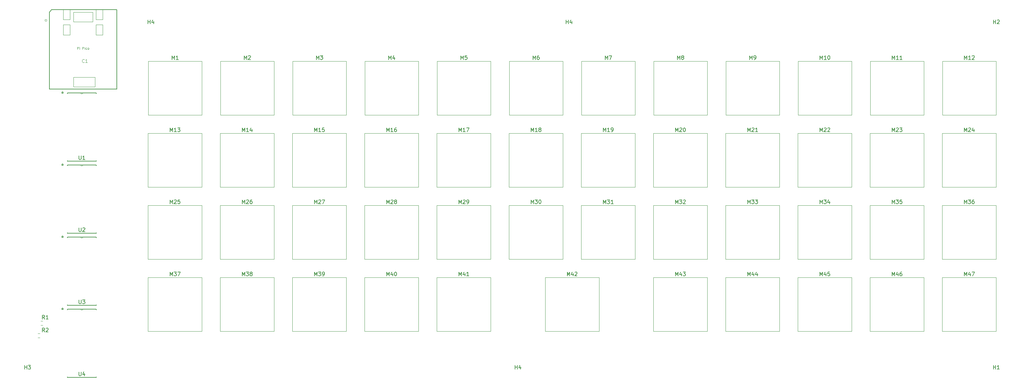
<source format=gbr>
%TF.GenerationSoftware,KiCad,Pcbnew,(5.1.10)-1*%
%TF.CreationDate,2021-10-30T01:15:37-04:00*%
%TF.ProjectId,keyboard,6b657962-6f61-4726-942e-6b696361645f,rev?*%
%TF.SameCoordinates,Original*%
%TF.FileFunction,Legend,Top*%
%TF.FilePolarity,Positive*%
%FSLAX46Y46*%
G04 Gerber Fmt 4.6, Leading zero omitted, Abs format (unit mm)*
G04 Created by KiCad (PCBNEW (5.1.10)-1) date 2021-10-30 01:15:37*
%MOMM*%
%LPD*%
G01*
G04 APERTURE LIST*
%ADD10C,0.100000*%
%ADD11C,0.127000*%
%ADD12C,0.066040*%
%ADD13C,0.200000*%
%ADD14C,0.152400*%
%ADD15C,0.120000*%
%ADD16C,0.101600*%
%ADD17C,0.076200*%
%ADD18C,0.150000*%
G04 APERTURE END LIST*
D10*
%TO.C,C1*%
X-16336409Y-48768000D02*
G75*
G03*
X-16336409Y-48768000I-254000J0D01*
G01*
D11*
X-15701409Y-46601380D02*
X-15701409Y-66929000D01*
X-15030849Y-45930820D02*
X-15701409Y-46601380D01*
X2096371Y-45930820D02*
X-15030849Y-45930820D01*
X2096371Y-66929000D02*
X2096371Y-45930820D01*
X-15701409Y-66929000D02*
X2096371Y-66929000D01*
D12*
X-3382409Y-48514000D02*
X-3382409Y-45847000D01*
X-3382409Y-45847000D02*
X-1604409Y-45847000D01*
X-1604409Y-48514000D02*
X-1604409Y-45847000D01*
X-3382409Y-48514000D02*
X-1604409Y-48514000D01*
X-3382409Y-52580540D02*
X-3382409Y-49911000D01*
X-3382409Y-49911000D02*
X-1604409Y-49911000D01*
X-1604409Y-52580540D02*
X-1604409Y-49911000D01*
X-3382409Y-52580540D02*
X-1604409Y-52580540D01*
X-12018409Y-52580540D02*
X-12018409Y-49911000D01*
X-12018409Y-49911000D02*
X-10240409Y-49911000D01*
X-10240409Y-52580540D02*
X-10240409Y-49911000D01*
X-12018409Y-52580540D02*
X-10240409Y-52580540D01*
X-12018409Y-48514000D02*
X-12018409Y-45847000D01*
X-12018409Y-45847000D02*
X-10240409Y-45847000D01*
X-10240409Y-48514000D02*
X-10240409Y-45847000D01*
X-12018409Y-48514000D02*
X-10240409Y-48514000D01*
X-9351409Y-66294000D02*
X-9351409Y-63754000D01*
X-9351409Y-63754000D02*
X-3636409Y-63754000D01*
X-3636409Y-66294000D02*
X-3636409Y-63754000D01*
X-9351409Y-66294000D02*
X-3636409Y-66294000D01*
X-9351409Y-49149000D02*
X-9351409Y-46609000D01*
X-9351409Y-46609000D02*
X-4271409Y-46609000D01*
X-4271409Y-49149000D02*
X-4271409Y-46609000D01*
X-9351409Y-49149000D02*
X-4271409Y-49149000D01*
D13*
%TO.C,U3*%
X-12012000Y-105962000D02*
G75*
G03*
X-12012000Y-105962000I-200000J0D01*
G01*
D14*
X-10922000Y-106019600D02*
X-10922000Y-106197400D01*
X-7416800Y-106019600D02*
X-10922000Y-106019600D01*
X-6807200Y-106019600D02*
X-7416800Y-106019600D01*
X-3302000Y-106019600D02*
X-6807200Y-106019600D01*
X-3302000Y-124104400D02*
X-3302000Y-123926600D01*
X-10922000Y-124104400D02*
X-3302000Y-124104400D01*
X-10922000Y-123926600D02*
X-10922000Y-124104400D01*
X-3302000Y-106197400D02*
X-3302000Y-106019600D01*
D10*
X-6807200Y-106019600D02*
G75*
G02*
X-7416800Y-106019600I-304800J0D01*
G01*
D15*
%TO.C,M42*%
X129337500Y-116725000D02*
X115137500Y-116725000D01*
X129337500Y-130925000D02*
X129337500Y-116725000D01*
X115137500Y-130925000D02*
X129337500Y-130925000D01*
X115137500Y-116725000D02*
X115137500Y-130925000D01*
%TO.C,M41*%
X100762500Y-116725000D02*
X86562500Y-116725000D01*
X100762500Y-130925000D02*
X100762500Y-116725000D01*
X86562500Y-130925000D02*
X100762500Y-130925000D01*
X86562500Y-116725000D02*
X86562500Y-130925000D01*
%TO.C,M29*%
X100762500Y-97675000D02*
X86562500Y-97675000D01*
X100762500Y-111875000D02*
X100762500Y-97675000D01*
X86562500Y-111875000D02*
X100762500Y-111875000D01*
X86562500Y-97675000D02*
X86562500Y-111875000D01*
%TO.C,M28*%
X81712500Y-97675000D02*
X67512500Y-97675000D01*
X81712500Y-111875000D02*
X81712500Y-97675000D01*
X67512500Y-111875000D02*
X81712500Y-111875000D01*
X67512500Y-97675000D02*
X67512500Y-111875000D01*
%TO.C,M15*%
X62662500Y-78625000D02*
X48462500Y-78625000D01*
X62662500Y-92825000D02*
X62662500Y-78625000D01*
X48462500Y-92825000D02*
X62662500Y-92825000D01*
X48462500Y-78625000D02*
X48462500Y-92825000D01*
%TO.C,M14*%
X43612500Y-78625000D02*
X29412500Y-78625000D01*
X43612500Y-92825000D02*
X43612500Y-78625000D01*
X29412500Y-92825000D02*
X43612500Y-92825000D01*
X29412500Y-78625000D02*
X29412500Y-92825000D01*
%TO.C,M1*%
X24578400Y-59543250D02*
X10378400Y-59543250D01*
X24578400Y-73743250D02*
X24578400Y-59543250D01*
X10378400Y-73743250D02*
X24578400Y-73743250D01*
X10378400Y-59543250D02*
X10378400Y-73743250D01*
%TO.C,R2*%
X-18716258Y-131557500D02*
X-18241742Y-131557500D01*
X-18716258Y-132602500D02*
X-18241742Y-132602500D01*
%TO.C,R1*%
X-17479742Y-129300500D02*
X-17954258Y-129300500D01*
X-17479742Y-128255500D02*
X-17954258Y-128255500D01*
D13*
%TO.C,U2*%
X-12012000Y-86912000D02*
G75*
G03*
X-12012000Y-86912000I-200000J0D01*
G01*
D14*
X-10922000Y-86969600D02*
X-10922000Y-87147400D01*
X-7416800Y-86969600D02*
X-10922000Y-86969600D01*
X-6807200Y-86969600D02*
X-7416800Y-86969600D01*
X-3302000Y-86969600D02*
X-6807200Y-86969600D01*
X-3302000Y-105054400D02*
X-3302000Y-104876600D01*
X-10922000Y-105054400D02*
X-3302000Y-105054400D01*
X-10922000Y-104876600D02*
X-10922000Y-105054400D01*
X-3302000Y-87147400D02*
X-3302000Y-86969600D01*
D10*
X-6807200Y-86969600D02*
G75*
G02*
X-7416800Y-86969600I-304800J0D01*
G01*
D13*
%TO.C,U4*%
X-12012000Y-125012000D02*
G75*
G03*
X-12012000Y-125012000I-200000J0D01*
G01*
D14*
X-10922000Y-125069600D02*
X-10922000Y-125247400D01*
X-7416800Y-125069600D02*
X-10922000Y-125069600D01*
X-6807200Y-125069600D02*
X-7416800Y-125069600D01*
X-3302000Y-125069600D02*
X-6807200Y-125069600D01*
X-3302000Y-143154400D02*
X-3302000Y-142976600D01*
X-10922000Y-143154400D02*
X-3302000Y-143154400D01*
X-10922000Y-142976600D02*
X-10922000Y-143154400D01*
X-3302000Y-125247400D02*
X-3302000Y-125069600D01*
D10*
X-6807200Y-125069600D02*
G75*
G02*
X-7416800Y-125069600I-304800J0D01*
G01*
D13*
%TO.C,U1*%
X-12012000Y-67862000D02*
G75*
G03*
X-12012000Y-67862000I-200000J0D01*
G01*
D14*
X-10922000Y-67919600D02*
X-10922000Y-68097400D01*
X-7416800Y-67919600D02*
X-10922000Y-67919600D01*
X-6807200Y-67919600D02*
X-7416800Y-67919600D01*
X-3302000Y-67919600D02*
X-6807200Y-67919600D01*
X-3302000Y-86004400D02*
X-3302000Y-85826600D01*
X-10922000Y-86004400D02*
X-3302000Y-86004400D01*
X-10922000Y-85826600D02*
X-10922000Y-86004400D01*
X-3302000Y-68097400D02*
X-3302000Y-67919600D01*
D10*
X-6807200Y-67919600D02*
G75*
G02*
X-7416800Y-67919600I-304800J0D01*
G01*
D15*
%TO.C,M44*%
X176962500Y-116725000D02*
X162762500Y-116725000D01*
X176962500Y-130925000D02*
X176962500Y-116725000D01*
X162762500Y-130925000D02*
X176962500Y-130925000D01*
X162762500Y-116725000D02*
X162762500Y-130925000D01*
%TO.C,M47*%
X234112500Y-116725000D02*
X219912500Y-116725000D01*
X234112500Y-130925000D02*
X234112500Y-116725000D01*
X219912500Y-130925000D02*
X234112500Y-130925000D01*
X219912500Y-116725000D02*
X219912500Y-130925000D01*
%TO.C,M46*%
X215062500Y-116725000D02*
X200862500Y-116725000D01*
X215062500Y-130925000D02*
X215062500Y-116725000D01*
X200862500Y-130925000D02*
X215062500Y-130925000D01*
X200862500Y-116725000D02*
X200862500Y-130925000D01*
%TO.C,M45*%
X196012500Y-116725000D02*
X181812500Y-116725000D01*
X196012500Y-130925000D02*
X196012500Y-116725000D01*
X181812500Y-130925000D02*
X196012500Y-130925000D01*
X181812500Y-116725000D02*
X181812500Y-130925000D01*
%TO.C,M43*%
X157912500Y-116725000D02*
X143712500Y-116725000D01*
X157912500Y-130925000D02*
X157912500Y-116725000D01*
X143712500Y-130925000D02*
X157912500Y-130925000D01*
X143712500Y-116725000D02*
X143712500Y-130925000D01*
%TO.C,M40*%
X81712500Y-116725000D02*
X67512500Y-116725000D01*
X81712500Y-130925000D02*
X81712500Y-116725000D01*
X67512500Y-130925000D02*
X81712500Y-130925000D01*
X67512500Y-116725000D02*
X67512500Y-130925000D01*
%TO.C,M39*%
X62662500Y-116725000D02*
X48462500Y-116725000D01*
X62662500Y-130925000D02*
X62662500Y-116725000D01*
X48462500Y-130925000D02*
X62662500Y-130925000D01*
X48462500Y-116725000D02*
X48462500Y-130925000D01*
%TO.C,M38*%
X43612500Y-116725000D02*
X29412500Y-116725000D01*
X43612500Y-130925000D02*
X43612500Y-116725000D01*
X29412500Y-130925000D02*
X43612500Y-130925000D01*
X29412500Y-116725000D02*
X29412500Y-130925000D01*
%TO.C,M37*%
X24562500Y-116725000D02*
X10362500Y-116725000D01*
X24562500Y-130925000D02*
X24562500Y-116725000D01*
X10362500Y-130925000D02*
X24562500Y-130925000D01*
X10362500Y-116725000D02*
X10362500Y-130925000D01*
%TO.C,M36*%
X234112500Y-97643250D02*
X219912500Y-97643250D01*
X234112500Y-111843250D02*
X234112500Y-97643250D01*
X219912500Y-111843250D02*
X234112500Y-111843250D01*
X219912500Y-97643250D02*
X219912500Y-111843250D01*
%TO.C,M35*%
X215062500Y-97643250D02*
X200862500Y-97643250D01*
X215062500Y-111843250D02*
X215062500Y-97643250D01*
X200862500Y-111843250D02*
X215062500Y-111843250D01*
X200862500Y-97643250D02*
X200862500Y-111843250D01*
%TO.C,M34*%
X196012500Y-97643250D02*
X181812500Y-97643250D01*
X196012500Y-111843250D02*
X196012500Y-97643250D01*
X181812500Y-111843250D02*
X196012500Y-111843250D01*
X181812500Y-97643250D02*
X181812500Y-111843250D01*
%TO.C,M33*%
X176962500Y-97643250D02*
X162762500Y-97643250D01*
X176962500Y-111843250D02*
X176962500Y-97643250D01*
X162762500Y-111843250D02*
X176962500Y-111843250D01*
X162762500Y-97643250D02*
X162762500Y-111843250D01*
%TO.C,M32*%
X157912500Y-97675000D02*
X143712500Y-97675000D01*
X157912500Y-111875000D02*
X157912500Y-97675000D01*
X143712500Y-111875000D02*
X157912500Y-111875000D01*
X143712500Y-97675000D02*
X143712500Y-111875000D01*
%TO.C,M31*%
X138862500Y-97675000D02*
X124662500Y-97675000D01*
X138862500Y-111875000D02*
X138862500Y-97675000D01*
X124662500Y-111875000D02*
X138862500Y-111875000D01*
X124662500Y-97675000D02*
X124662500Y-111875000D01*
%TO.C,M30*%
X119812500Y-97643250D02*
X105612500Y-97643250D01*
X119812500Y-111843250D02*
X119812500Y-97643250D01*
X105612500Y-111843250D02*
X119812500Y-111843250D01*
X105612500Y-97643250D02*
X105612500Y-111843250D01*
%TO.C,M27*%
X62662500Y-97643250D02*
X48462500Y-97643250D01*
X62662500Y-111843250D02*
X62662500Y-97643250D01*
X48462500Y-111843250D02*
X62662500Y-111843250D01*
X48462500Y-97643250D02*
X48462500Y-111843250D01*
%TO.C,M26*%
X43612500Y-97643250D02*
X29412500Y-97643250D01*
X43612500Y-111843250D02*
X43612500Y-97643250D01*
X29412500Y-111843250D02*
X43612500Y-111843250D01*
X29412500Y-97643250D02*
X29412500Y-111843250D01*
%TO.C,M25*%
X24562500Y-97643250D02*
X10362500Y-97643250D01*
X24562500Y-111843250D02*
X24562500Y-97643250D01*
X10362500Y-111843250D02*
X24562500Y-111843250D01*
X10362500Y-97643250D02*
X10362500Y-111843250D01*
%TO.C,M24*%
X234112500Y-78625000D02*
X219912500Y-78625000D01*
X234112500Y-92825000D02*
X234112500Y-78625000D01*
X219912500Y-92825000D02*
X234112500Y-92825000D01*
X219912500Y-78625000D02*
X219912500Y-92825000D01*
%TO.C,M23*%
X215062500Y-78625000D02*
X200862500Y-78625000D01*
X215062500Y-92825000D02*
X215062500Y-78625000D01*
X200862500Y-92825000D02*
X215062500Y-92825000D01*
X200862500Y-78625000D02*
X200862500Y-92825000D01*
%TO.C,M22*%
X196012500Y-78625000D02*
X181812500Y-78625000D01*
X196012500Y-92825000D02*
X196012500Y-78625000D01*
X181812500Y-92825000D02*
X196012500Y-92825000D01*
X181812500Y-78625000D02*
X181812500Y-92825000D01*
%TO.C,M21*%
X176962500Y-78625000D02*
X162762500Y-78625000D01*
X176962500Y-92825000D02*
X176962500Y-78625000D01*
X162762500Y-92825000D02*
X176962500Y-92825000D01*
X162762500Y-78625000D02*
X162762500Y-92825000D01*
%TO.C,M20*%
X157912500Y-78625000D02*
X143712500Y-78625000D01*
X157912500Y-92825000D02*
X157912500Y-78625000D01*
X143712500Y-92825000D02*
X157912500Y-92825000D01*
X143712500Y-78625000D02*
X143712500Y-92825000D01*
%TO.C,M19*%
X138862500Y-78593250D02*
X124662500Y-78593250D01*
X138862500Y-92793250D02*
X138862500Y-78593250D01*
X124662500Y-92793250D02*
X138862500Y-92793250D01*
X124662500Y-78593250D02*
X124662500Y-92793250D01*
%TO.C,M18*%
X119812500Y-78625000D02*
X105612500Y-78625000D01*
X119812500Y-92825000D02*
X119812500Y-78625000D01*
X105612500Y-92825000D02*
X119812500Y-92825000D01*
X105612500Y-78625000D02*
X105612500Y-92825000D01*
%TO.C,M17*%
X100762500Y-78625000D02*
X86562500Y-78625000D01*
X100762500Y-92825000D02*
X100762500Y-78625000D01*
X86562500Y-92825000D02*
X100762500Y-92825000D01*
X86562500Y-78625000D02*
X86562500Y-92825000D01*
%TO.C,M16*%
X81712500Y-78625000D02*
X67512500Y-78625000D01*
X81712500Y-92825000D02*
X81712500Y-78625000D01*
X67512500Y-92825000D02*
X81712500Y-92825000D01*
X67512500Y-78625000D02*
X67512500Y-92825000D01*
%TO.C,M13*%
X24562500Y-78625000D02*
X10362500Y-78625000D01*
X24562500Y-92825000D02*
X24562500Y-78625000D01*
X10362500Y-92825000D02*
X24562500Y-92825000D01*
X10362500Y-78625000D02*
X10362500Y-92825000D01*
%TO.C,M12*%
X234128400Y-59543250D02*
X219928400Y-59543250D01*
X234128400Y-73743250D02*
X234128400Y-59543250D01*
X219928400Y-73743250D02*
X234128400Y-73743250D01*
X219928400Y-59543250D02*
X219928400Y-73743250D01*
%TO.C,M11*%
X215078400Y-59543250D02*
X200878400Y-59543250D01*
X215078400Y-73743250D02*
X215078400Y-59543250D01*
X200878400Y-73743250D02*
X215078400Y-73743250D01*
X200878400Y-59543250D02*
X200878400Y-73743250D01*
%TO.C,M10*%
X196028400Y-59543250D02*
X181828400Y-59543250D01*
X196028400Y-73743250D02*
X196028400Y-59543250D01*
X181828400Y-73743250D02*
X196028400Y-73743250D01*
X181828400Y-59543250D02*
X181828400Y-73743250D01*
%TO.C,M9*%
X176978400Y-59543250D02*
X162778400Y-59543250D01*
X176978400Y-73743250D02*
X176978400Y-59543250D01*
X162778400Y-73743250D02*
X176978400Y-73743250D01*
X162778400Y-59543250D02*
X162778400Y-73743250D01*
%TO.C,M8*%
X157928400Y-59543250D02*
X143728400Y-59543250D01*
X157928400Y-73743250D02*
X157928400Y-59543250D01*
X143728400Y-73743250D02*
X157928400Y-73743250D01*
X143728400Y-59543250D02*
X143728400Y-73743250D01*
%TO.C,M7*%
X138878400Y-59543250D02*
X124678400Y-59543250D01*
X138878400Y-73743250D02*
X138878400Y-59543250D01*
X124678400Y-73743250D02*
X138878400Y-73743250D01*
X124678400Y-59543250D02*
X124678400Y-73743250D01*
%TO.C,M6*%
X119828400Y-59543250D02*
X105628400Y-59543250D01*
X119828400Y-73743250D02*
X119828400Y-59543250D01*
X105628400Y-73743250D02*
X119828400Y-73743250D01*
X105628400Y-59543250D02*
X105628400Y-73743250D01*
%TO.C,M5*%
X100778400Y-59543250D02*
X86578400Y-59543250D01*
X100778400Y-73743250D02*
X100778400Y-59543250D01*
X86578400Y-73743250D02*
X100778400Y-73743250D01*
X86578400Y-59543250D02*
X86578400Y-73743250D01*
%TO.C,M4*%
X81728400Y-59543250D02*
X67528400Y-59543250D01*
X81728400Y-73743250D02*
X81728400Y-59543250D01*
X67528400Y-73743250D02*
X81728400Y-73743250D01*
X67528400Y-59543250D02*
X67528400Y-73743250D01*
%TO.C,M3*%
X62678400Y-59543250D02*
X48478400Y-59543250D01*
X62678400Y-73743250D02*
X62678400Y-59543250D01*
X48478400Y-73743250D02*
X62678400Y-73743250D01*
X48478400Y-59543250D02*
X48478400Y-73743250D01*
%TO.C,M2*%
X43628400Y-59543250D02*
X29428400Y-59543250D01*
X43628400Y-73743250D02*
X43628400Y-59543250D01*
X29428400Y-73743250D02*
X43628400Y-73743250D01*
X29428400Y-59543250D02*
X29428400Y-73743250D01*
%TO.C,C1*%
D16*
X-6498166Y-59848750D02*
X-6540500Y-59891083D01*
X-6667500Y-59933416D01*
X-6752166Y-59933416D01*
X-6879166Y-59891083D01*
X-6963833Y-59806416D01*
X-7006166Y-59721750D01*
X-7048500Y-59552416D01*
X-7048500Y-59425416D01*
X-7006166Y-59256083D01*
X-6963833Y-59171416D01*
X-6879166Y-59086750D01*
X-6752166Y-59044416D01*
X-6667500Y-59044416D01*
X-6540500Y-59086750D01*
X-6498166Y-59129083D01*
X-5651500Y-59933416D02*
X-6159500Y-59933416D01*
X-5905500Y-59933416D02*
X-5905500Y-59044416D01*
X-5990166Y-59171416D01*
X-6074833Y-59256083D01*
X-6159500Y-59298416D01*
D17*
X-8335409Y-56409771D02*
X-8335409Y-55800171D01*
X-8103180Y-55800171D01*
X-8045123Y-55829200D01*
X-8016094Y-55858228D01*
X-7987066Y-55916285D01*
X-7987066Y-56003371D01*
X-8016094Y-56061428D01*
X-8045123Y-56090457D01*
X-8103180Y-56119485D01*
X-8335409Y-56119485D01*
X-7725809Y-56409771D02*
X-7725809Y-56003371D01*
X-7725809Y-55800171D02*
X-7754837Y-55829200D01*
X-7725809Y-55858228D01*
X-7696780Y-55829200D01*
X-7725809Y-55800171D01*
X-7725809Y-55858228D01*
X-6971066Y-56409771D02*
X-6971066Y-55800171D01*
X-6738837Y-55800171D01*
X-6680780Y-55829200D01*
X-6651751Y-55858228D01*
X-6622723Y-55916285D01*
X-6622723Y-56003371D01*
X-6651751Y-56061428D01*
X-6680780Y-56090457D01*
X-6738837Y-56119485D01*
X-6971066Y-56119485D01*
X-6361466Y-56409771D02*
X-6361466Y-56003371D01*
X-6361466Y-55800171D02*
X-6390494Y-55829200D01*
X-6361466Y-55858228D01*
X-6332437Y-55829200D01*
X-6361466Y-55800171D01*
X-6361466Y-55858228D01*
X-5809923Y-56380742D02*
X-5867980Y-56409771D01*
X-5984094Y-56409771D01*
X-6042151Y-56380742D01*
X-6071180Y-56351714D01*
X-6100209Y-56293657D01*
X-6100209Y-56119485D01*
X-6071180Y-56061428D01*
X-6042151Y-56032400D01*
X-5984094Y-56003371D01*
X-5867980Y-56003371D01*
X-5809923Y-56032400D01*
X-5461580Y-56409771D02*
X-5519637Y-56380742D01*
X-5548666Y-56351714D01*
X-5577694Y-56293657D01*
X-5577694Y-56119485D01*
X-5548666Y-56061428D01*
X-5519637Y-56032400D01*
X-5461580Y-56003371D01*
X-5374494Y-56003371D01*
X-5316437Y-56032400D01*
X-5287409Y-56061428D01*
X-5258380Y-56119485D01*
X-5258380Y-56293657D01*
X-5287409Y-56351714D01*
X-5316437Y-56380742D01*
X-5374494Y-56409771D01*
X-5461580Y-56409771D01*
%TO.C,H4*%
D18*
X107188095Y-140946130D02*
X107188095Y-139946130D01*
X107188095Y-140422321D02*
X107759523Y-140422321D01*
X107759523Y-140946130D02*
X107759523Y-139946130D01*
X108664285Y-140279464D02*
X108664285Y-140946130D01*
X108426190Y-139898511D02*
X108188095Y-140612797D01*
X108807142Y-140612797D01*
X120681845Y-49664880D02*
X120681845Y-48664880D01*
X120681845Y-49141071D02*
X121253273Y-49141071D01*
X121253273Y-49664880D02*
X121253273Y-48664880D01*
X122158035Y-48998214D02*
X122158035Y-49664880D01*
X121919940Y-48617261D02*
X121681845Y-49331547D01*
X122300892Y-49331547D01*
X10350595Y-49664880D02*
X10350595Y-48664880D01*
X10350595Y-49141071D02*
X10922023Y-49141071D01*
X10922023Y-49664880D02*
X10922023Y-48664880D01*
X11826785Y-48998214D02*
X11826785Y-49664880D01*
X11588690Y-48617261D02*
X11350595Y-49331547D01*
X11969642Y-49331547D01*
%TO.C,H3*%
X-22193154Y-140946130D02*
X-22193154Y-139946130D01*
X-22193154Y-140422321D02*
X-21621726Y-140422321D01*
X-21621726Y-140946130D02*
X-21621726Y-139946130D01*
X-21240773Y-139946130D02*
X-20621726Y-139946130D01*
X-20955059Y-140327083D01*
X-20812202Y-140327083D01*
X-20716964Y-140374702D01*
X-20669345Y-140422321D01*
X-20621726Y-140517559D01*
X-20621726Y-140755654D01*
X-20669345Y-140850892D01*
X-20716964Y-140898511D01*
X-20812202Y-140946130D01*
X-21097916Y-140946130D01*
X-21193154Y-140898511D01*
X-21240773Y-140850892D01*
%TO.C,H2*%
X233394345Y-49664880D02*
X233394345Y-48664880D01*
X233394345Y-49141071D02*
X233965773Y-49141071D01*
X233965773Y-49664880D02*
X233965773Y-48664880D01*
X234394345Y-48760119D02*
X234441964Y-48712500D01*
X234537202Y-48664880D01*
X234775297Y-48664880D01*
X234870535Y-48712500D01*
X234918154Y-48760119D01*
X234965773Y-48855357D01*
X234965773Y-48950595D01*
X234918154Y-49093452D01*
X234346726Y-49664880D01*
X234965773Y-49664880D01*
%TO.C,H1*%
X233394345Y-140946130D02*
X233394345Y-139946130D01*
X233394345Y-140422321D02*
X233965773Y-140422321D01*
X233965773Y-140946130D02*
X233965773Y-139946130D01*
X234965773Y-140946130D02*
X234394345Y-140946130D01*
X234680059Y-140946130D02*
X234680059Y-139946130D01*
X234584821Y-140088988D01*
X234489583Y-140184226D01*
X234394345Y-140231845D01*
%TO.C,U3*%
X-7873904Y-122642380D02*
X-7873904Y-123451904D01*
X-7826285Y-123547142D01*
X-7778666Y-123594761D01*
X-7683428Y-123642380D01*
X-7492952Y-123642380D01*
X-7397714Y-123594761D01*
X-7350095Y-123547142D01*
X-7302476Y-123451904D01*
X-7302476Y-122642380D01*
X-6921523Y-122642380D02*
X-6302476Y-122642380D01*
X-6635809Y-123023333D01*
X-6492952Y-123023333D01*
X-6397714Y-123070952D01*
X-6350095Y-123118571D01*
X-6302476Y-123213809D01*
X-6302476Y-123451904D01*
X-6350095Y-123547142D01*
X-6397714Y-123594761D01*
X-6492952Y-123642380D01*
X-6778666Y-123642380D01*
X-6873904Y-123594761D01*
X-6921523Y-123547142D01*
%TO.C,M42*%
X120951785Y-116277380D02*
X120951785Y-115277380D01*
X121285119Y-115991666D01*
X121618452Y-115277380D01*
X121618452Y-116277380D01*
X122523214Y-115610714D02*
X122523214Y-116277380D01*
X122285119Y-115229761D02*
X122047023Y-115944047D01*
X122666071Y-115944047D01*
X122999404Y-115372619D02*
X123047023Y-115325000D01*
X123142261Y-115277380D01*
X123380357Y-115277380D01*
X123475595Y-115325000D01*
X123523214Y-115372619D01*
X123570833Y-115467857D01*
X123570833Y-115563095D01*
X123523214Y-115705952D01*
X122951785Y-116277380D01*
X123570833Y-116277380D01*
%TO.C,M41*%
X92376785Y-116277380D02*
X92376785Y-115277380D01*
X92710119Y-115991666D01*
X93043452Y-115277380D01*
X93043452Y-116277380D01*
X93948214Y-115610714D02*
X93948214Y-116277380D01*
X93710119Y-115229761D02*
X93472023Y-115944047D01*
X94091071Y-115944047D01*
X94995833Y-116277380D02*
X94424404Y-116277380D01*
X94710119Y-116277380D02*
X94710119Y-115277380D01*
X94614880Y-115420238D01*
X94519642Y-115515476D01*
X94424404Y-115563095D01*
%TO.C,M29*%
X92376785Y-97227380D02*
X92376785Y-96227380D01*
X92710119Y-96941666D01*
X93043452Y-96227380D01*
X93043452Y-97227380D01*
X93472023Y-96322619D02*
X93519642Y-96275000D01*
X93614880Y-96227380D01*
X93852976Y-96227380D01*
X93948214Y-96275000D01*
X93995833Y-96322619D01*
X94043452Y-96417857D01*
X94043452Y-96513095D01*
X93995833Y-96655952D01*
X93424404Y-97227380D01*
X94043452Y-97227380D01*
X94519642Y-97227380D02*
X94710119Y-97227380D01*
X94805357Y-97179761D01*
X94852976Y-97132142D01*
X94948214Y-96989285D01*
X94995833Y-96798809D01*
X94995833Y-96417857D01*
X94948214Y-96322619D01*
X94900595Y-96275000D01*
X94805357Y-96227380D01*
X94614880Y-96227380D01*
X94519642Y-96275000D01*
X94472023Y-96322619D01*
X94424404Y-96417857D01*
X94424404Y-96655952D01*
X94472023Y-96751190D01*
X94519642Y-96798809D01*
X94614880Y-96846428D01*
X94805357Y-96846428D01*
X94900595Y-96798809D01*
X94948214Y-96751190D01*
X94995833Y-96655952D01*
%TO.C,M28*%
X73326785Y-97227380D02*
X73326785Y-96227380D01*
X73660119Y-96941666D01*
X73993452Y-96227380D01*
X73993452Y-97227380D01*
X74422023Y-96322619D02*
X74469642Y-96275000D01*
X74564880Y-96227380D01*
X74802976Y-96227380D01*
X74898214Y-96275000D01*
X74945833Y-96322619D01*
X74993452Y-96417857D01*
X74993452Y-96513095D01*
X74945833Y-96655952D01*
X74374404Y-97227380D01*
X74993452Y-97227380D01*
X75564880Y-96655952D02*
X75469642Y-96608333D01*
X75422023Y-96560714D01*
X75374404Y-96465476D01*
X75374404Y-96417857D01*
X75422023Y-96322619D01*
X75469642Y-96275000D01*
X75564880Y-96227380D01*
X75755357Y-96227380D01*
X75850595Y-96275000D01*
X75898214Y-96322619D01*
X75945833Y-96417857D01*
X75945833Y-96465476D01*
X75898214Y-96560714D01*
X75850595Y-96608333D01*
X75755357Y-96655952D01*
X75564880Y-96655952D01*
X75469642Y-96703571D01*
X75422023Y-96751190D01*
X75374404Y-96846428D01*
X75374404Y-97036904D01*
X75422023Y-97132142D01*
X75469642Y-97179761D01*
X75564880Y-97227380D01*
X75755357Y-97227380D01*
X75850595Y-97179761D01*
X75898214Y-97132142D01*
X75945833Y-97036904D01*
X75945833Y-96846428D01*
X75898214Y-96751190D01*
X75850595Y-96703571D01*
X75755357Y-96655952D01*
%TO.C,M15*%
X54276785Y-78177380D02*
X54276785Y-77177380D01*
X54610119Y-77891666D01*
X54943452Y-77177380D01*
X54943452Y-78177380D01*
X55943452Y-78177380D02*
X55372023Y-78177380D01*
X55657738Y-78177380D02*
X55657738Y-77177380D01*
X55562500Y-77320238D01*
X55467261Y-77415476D01*
X55372023Y-77463095D01*
X56848214Y-77177380D02*
X56372023Y-77177380D01*
X56324404Y-77653571D01*
X56372023Y-77605952D01*
X56467261Y-77558333D01*
X56705357Y-77558333D01*
X56800595Y-77605952D01*
X56848214Y-77653571D01*
X56895833Y-77748809D01*
X56895833Y-77986904D01*
X56848214Y-78082142D01*
X56800595Y-78129761D01*
X56705357Y-78177380D01*
X56467261Y-78177380D01*
X56372023Y-78129761D01*
X56324404Y-78082142D01*
%TO.C,M14*%
X35226785Y-78177380D02*
X35226785Y-77177380D01*
X35560119Y-77891666D01*
X35893452Y-77177380D01*
X35893452Y-78177380D01*
X36893452Y-78177380D02*
X36322023Y-78177380D01*
X36607738Y-78177380D02*
X36607738Y-77177380D01*
X36512500Y-77320238D01*
X36417261Y-77415476D01*
X36322023Y-77463095D01*
X37750595Y-77510714D02*
X37750595Y-78177380D01*
X37512500Y-77129761D02*
X37274404Y-77844047D01*
X37893452Y-77844047D01*
%TO.C,M1*%
X16668876Y-59095630D02*
X16668876Y-58095630D01*
X17002209Y-58809916D01*
X17335542Y-58095630D01*
X17335542Y-59095630D01*
X18335542Y-59095630D02*
X17764114Y-59095630D01*
X18049828Y-59095630D02*
X18049828Y-58095630D01*
X17954590Y-58238488D01*
X17859352Y-58333726D01*
X17764114Y-58381345D01*
%TO.C,R2*%
X-16930666Y-131102380D02*
X-17264000Y-130626190D01*
X-17502095Y-131102380D02*
X-17502095Y-130102380D01*
X-17121142Y-130102380D01*
X-17025904Y-130150000D01*
X-16978285Y-130197619D01*
X-16930666Y-130292857D01*
X-16930666Y-130435714D01*
X-16978285Y-130530952D01*
X-17025904Y-130578571D01*
X-17121142Y-130626190D01*
X-17502095Y-130626190D01*
X-16549714Y-130197619D02*
X-16502095Y-130150000D01*
X-16406857Y-130102380D01*
X-16168761Y-130102380D01*
X-16073523Y-130150000D01*
X-16025904Y-130197619D01*
X-15978285Y-130292857D01*
X-15978285Y-130388095D01*
X-16025904Y-130530952D01*
X-16597333Y-131102380D01*
X-15978285Y-131102380D01*
%TO.C,R1*%
X-16930666Y-127706380D02*
X-17264000Y-127230190D01*
X-17502095Y-127706380D02*
X-17502095Y-126706380D01*
X-17121142Y-126706380D01*
X-17025904Y-126754000D01*
X-16978285Y-126801619D01*
X-16930666Y-126896857D01*
X-16930666Y-127039714D01*
X-16978285Y-127134952D01*
X-17025904Y-127182571D01*
X-17121142Y-127230190D01*
X-17502095Y-127230190D01*
X-15978285Y-127706380D02*
X-16549714Y-127706380D01*
X-16264000Y-127706380D02*
X-16264000Y-126706380D01*
X-16359238Y-126849238D01*
X-16454476Y-126944476D01*
X-16549714Y-126992095D01*
%TO.C,U2*%
X-7873904Y-103592380D02*
X-7873904Y-104401904D01*
X-7826285Y-104497142D01*
X-7778666Y-104544761D01*
X-7683428Y-104592380D01*
X-7492952Y-104592380D01*
X-7397714Y-104544761D01*
X-7350095Y-104497142D01*
X-7302476Y-104401904D01*
X-7302476Y-103592380D01*
X-6873904Y-103687619D02*
X-6826285Y-103640000D01*
X-6731047Y-103592380D01*
X-6492952Y-103592380D01*
X-6397714Y-103640000D01*
X-6350095Y-103687619D01*
X-6302476Y-103782857D01*
X-6302476Y-103878095D01*
X-6350095Y-104020952D01*
X-6921523Y-104592380D01*
X-6302476Y-104592380D01*
%TO.C,U4*%
X-7873904Y-141692380D02*
X-7873904Y-142501904D01*
X-7826285Y-142597142D01*
X-7778666Y-142644761D01*
X-7683428Y-142692380D01*
X-7492952Y-142692380D01*
X-7397714Y-142644761D01*
X-7350095Y-142597142D01*
X-7302476Y-142501904D01*
X-7302476Y-141692380D01*
X-6397714Y-142025714D02*
X-6397714Y-142692380D01*
X-6635809Y-141644761D02*
X-6873904Y-142359047D01*
X-6254857Y-142359047D01*
%TO.C,U1*%
X-7873904Y-84542380D02*
X-7873904Y-85351904D01*
X-7826285Y-85447142D01*
X-7778666Y-85494761D01*
X-7683428Y-85542380D01*
X-7492952Y-85542380D01*
X-7397714Y-85494761D01*
X-7350095Y-85447142D01*
X-7302476Y-85351904D01*
X-7302476Y-84542380D01*
X-6302476Y-85542380D02*
X-6873904Y-85542380D01*
X-6588190Y-85542380D02*
X-6588190Y-84542380D01*
X-6683428Y-84685238D01*
X-6778666Y-84780476D01*
X-6873904Y-84828095D01*
%TO.C,M44*%
X168576785Y-116277380D02*
X168576785Y-115277380D01*
X168910119Y-115991666D01*
X169243452Y-115277380D01*
X169243452Y-116277380D01*
X170148214Y-115610714D02*
X170148214Y-116277380D01*
X169910119Y-115229761D02*
X169672023Y-115944047D01*
X170291071Y-115944047D01*
X171100595Y-115610714D02*
X171100595Y-116277380D01*
X170862500Y-115229761D02*
X170624404Y-115944047D01*
X171243452Y-115944047D01*
%TO.C,M47*%
X225726785Y-116277380D02*
X225726785Y-115277380D01*
X226060119Y-115991666D01*
X226393452Y-115277380D01*
X226393452Y-116277380D01*
X227298214Y-115610714D02*
X227298214Y-116277380D01*
X227060119Y-115229761D02*
X226822023Y-115944047D01*
X227441071Y-115944047D01*
X227726785Y-115277380D02*
X228393452Y-115277380D01*
X227964880Y-116277380D01*
%TO.C,M46*%
X206676785Y-116277380D02*
X206676785Y-115277380D01*
X207010119Y-115991666D01*
X207343452Y-115277380D01*
X207343452Y-116277380D01*
X208248214Y-115610714D02*
X208248214Y-116277380D01*
X208010119Y-115229761D02*
X207772023Y-115944047D01*
X208391071Y-115944047D01*
X209200595Y-115277380D02*
X209010119Y-115277380D01*
X208914880Y-115325000D01*
X208867261Y-115372619D01*
X208772023Y-115515476D01*
X208724404Y-115705952D01*
X208724404Y-116086904D01*
X208772023Y-116182142D01*
X208819642Y-116229761D01*
X208914880Y-116277380D01*
X209105357Y-116277380D01*
X209200595Y-116229761D01*
X209248214Y-116182142D01*
X209295833Y-116086904D01*
X209295833Y-115848809D01*
X209248214Y-115753571D01*
X209200595Y-115705952D01*
X209105357Y-115658333D01*
X208914880Y-115658333D01*
X208819642Y-115705952D01*
X208772023Y-115753571D01*
X208724404Y-115848809D01*
%TO.C,M45*%
X187626785Y-116277380D02*
X187626785Y-115277380D01*
X187960119Y-115991666D01*
X188293452Y-115277380D01*
X188293452Y-116277380D01*
X189198214Y-115610714D02*
X189198214Y-116277380D01*
X188960119Y-115229761D02*
X188722023Y-115944047D01*
X189341071Y-115944047D01*
X190198214Y-115277380D02*
X189722023Y-115277380D01*
X189674404Y-115753571D01*
X189722023Y-115705952D01*
X189817261Y-115658333D01*
X190055357Y-115658333D01*
X190150595Y-115705952D01*
X190198214Y-115753571D01*
X190245833Y-115848809D01*
X190245833Y-116086904D01*
X190198214Y-116182142D01*
X190150595Y-116229761D01*
X190055357Y-116277380D01*
X189817261Y-116277380D01*
X189722023Y-116229761D01*
X189674404Y-116182142D01*
%TO.C,M43*%
X149526785Y-116277380D02*
X149526785Y-115277380D01*
X149860119Y-115991666D01*
X150193452Y-115277380D01*
X150193452Y-116277380D01*
X151098214Y-115610714D02*
X151098214Y-116277380D01*
X150860119Y-115229761D02*
X150622023Y-115944047D01*
X151241071Y-115944047D01*
X151526785Y-115277380D02*
X152145833Y-115277380D01*
X151812500Y-115658333D01*
X151955357Y-115658333D01*
X152050595Y-115705952D01*
X152098214Y-115753571D01*
X152145833Y-115848809D01*
X152145833Y-116086904D01*
X152098214Y-116182142D01*
X152050595Y-116229761D01*
X151955357Y-116277380D01*
X151669642Y-116277380D01*
X151574404Y-116229761D01*
X151526785Y-116182142D01*
%TO.C,M40*%
X73326785Y-116277380D02*
X73326785Y-115277380D01*
X73660119Y-115991666D01*
X73993452Y-115277380D01*
X73993452Y-116277380D01*
X74898214Y-115610714D02*
X74898214Y-116277380D01*
X74660119Y-115229761D02*
X74422023Y-115944047D01*
X75041071Y-115944047D01*
X75612500Y-115277380D02*
X75707738Y-115277380D01*
X75802976Y-115325000D01*
X75850595Y-115372619D01*
X75898214Y-115467857D01*
X75945833Y-115658333D01*
X75945833Y-115896428D01*
X75898214Y-116086904D01*
X75850595Y-116182142D01*
X75802976Y-116229761D01*
X75707738Y-116277380D01*
X75612500Y-116277380D01*
X75517261Y-116229761D01*
X75469642Y-116182142D01*
X75422023Y-116086904D01*
X75374404Y-115896428D01*
X75374404Y-115658333D01*
X75422023Y-115467857D01*
X75469642Y-115372619D01*
X75517261Y-115325000D01*
X75612500Y-115277380D01*
%TO.C,M39*%
X54276785Y-116277380D02*
X54276785Y-115277380D01*
X54610119Y-115991666D01*
X54943452Y-115277380D01*
X54943452Y-116277380D01*
X55324404Y-115277380D02*
X55943452Y-115277380D01*
X55610119Y-115658333D01*
X55752976Y-115658333D01*
X55848214Y-115705952D01*
X55895833Y-115753571D01*
X55943452Y-115848809D01*
X55943452Y-116086904D01*
X55895833Y-116182142D01*
X55848214Y-116229761D01*
X55752976Y-116277380D01*
X55467261Y-116277380D01*
X55372023Y-116229761D01*
X55324404Y-116182142D01*
X56419642Y-116277380D02*
X56610119Y-116277380D01*
X56705357Y-116229761D01*
X56752976Y-116182142D01*
X56848214Y-116039285D01*
X56895833Y-115848809D01*
X56895833Y-115467857D01*
X56848214Y-115372619D01*
X56800595Y-115325000D01*
X56705357Y-115277380D01*
X56514880Y-115277380D01*
X56419642Y-115325000D01*
X56372023Y-115372619D01*
X56324404Y-115467857D01*
X56324404Y-115705952D01*
X56372023Y-115801190D01*
X56419642Y-115848809D01*
X56514880Y-115896428D01*
X56705357Y-115896428D01*
X56800595Y-115848809D01*
X56848214Y-115801190D01*
X56895833Y-115705952D01*
%TO.C,M38*%
X35226785Y-116277380D02*
X35226785Y-115277380D01*
X35560119Y-115991666D01*
X35893452Y-115277380D01*
X35893452Y-116277380D01*
X36274404Y-115277380D02*
X36893452Y-115277380D01*
X36560119Y-115658333D01*
X36702976Y-115658333D01*
X36798214Y-115705952D01*
X36845833Y-115753571D01*
X36893452Y-115848809D01*
X36893452Y-116086904D01*
X36845833Y-116182142D01*
X36798214Y-116229761D01*
X36702976Y-116277380D01*
X36417261Y-116277380D01*
X36322023Y-116229761D01*
X36274404Y-116182142D01*
X37464880Y-115705952D02*
X37369642Y-115658333D01*
X37322023Y-115610714D01*
X37274404Y-115515476D01*
X37274404Y-115467857D01*
X37322023Y-115372619D01*
X37369642Y-115325000D01*
X37464880Y-115277380D01*
X37655357Y-115277380D01*
X37750595Y-115325000D01*
X37798214Y-115372619D01*
X37845833Y-115467857D01*
X37845833Y-115515476D01*
X37798214Y-115610714D01*
X37750595Y-115658333D01*
X37655357Y-115705952D01*
X37464880Y-115705952D01*
X37369642Y-115753571D01*
X37322023Y-115801190D01*
X37274404Y-115896428D01*
X37274404Y-116086904D01*
X37322023Y-116182142D01*
X37369642Y-116229761D01*
X37464880Y-116277380D01*
X37655357Y-116277380D01*
X37750595Y-116229761D01*
X37798214Y-116182142D01*
X37845833Y-116086904D01*
X37845833Y-115896428D01*
X37798214Y-115801190D01*
X37750595Y-115753571D01*
X37655357Y-115705952D01*
%TO.C,M37*%
X16176785Y-116277380D02*
X16176785Y-115277380D01*
X16510119Y-115991666D01*
X16843452Y-115277380D01*
X16843452Y-116277380D01*
X17224404Y-115277380D02*
X17843452Y-115277380D01*
X17510119Y-115658333D01*
X17652976Y-115658333D01*
X17748214Y-115705952D01*
X17795833Y-115753571D01*
X17843452Y-115848809D01*
X17843452Y-116086904D01*
X17795833Y-116182142D01*
X17748214Y-116229761D01*
X17652976Y-116277380D01*
X17367261Y-116277380D01*
X17272023Y-116229761D01*
X17224404Y-116182142D01*
X18176785Y-115277380D02*
X18843452Y-115277380D01*
X18414880Y-116277380D01*
%TO.C,M36*%
X225726785Y-97195630D02*
X225726785Y-96195630D01*
X226060119Y-96909916D01*
X226393452Y-96195630D01*
X226393452Y-97195630D01*
X226774404Y-96195630D02*
X227393452Y-96195630D01*
X227060119Y-96576583D01*
X227202976Y-96576583D01*
X227298214Y-96624202D01*
X227345833Y-96671821D01*
X227393452Y-96767059D01*
X227393452Y-97005154D01*
X227345833Y-97100392D01*
X227298214Y-97148011D01*
X227202976Y-97195630D01*
X226917261Y-97195630D01*
X226822023Y-97148011D01*
X226774404Y-97100392D01*
X228250595Y-96195630D02*
X228060119Y-96195630D01*
X227964880Y-96243250D01*
X227917261Y-96290869D01*
X227822023Y-96433726D01*
X227774404Y-96624202D01*
X227774404Y-97005154D01*
X227822023Y-97100392D01*
X227869642Y-97148011D01*
X227964880Y-97195630D01*
X228155357Y-97195630D01*
X228250595Y-97148011D01*
X228298214Y-97100392D01*
X228345833Y-97005154D01*
X228345833Y-96767059D01*
X228298214Y-96671821D01*
X228250595Y-96624202D01*
X228155357Y-96576583D01*
X227964880Y-96576583D01*
X227869642Y-96624202D01*
X227822023Y-96671821D01*
X227774404Y-96767059D01*
%TO.C,M35*%
X206676785Y-97195630D02*
X206676785Y-96195630D01*
X207010119Y-96909916D01*
X207343452Y-96195630D01*
X207343452Y-97195630D01*
X207724404Y-96195630D02*
X208343452Y-96195630D01*
X208010119Y-96576583D01*
X208152976Y-96576583D01*
X208248214Y-96624202D01*
X208295833Y-96671821D01*
X208343452Y-96767059D01*
X208343452Y-97005154D01*
X208295833Y-97100392D01*
X208248214Y-97148011D01*
X208152976Y-97195630D01*
X207867261Y-97195630D01*
X207772023Y-97148011D01*
X207724404Y-97100392D01*
X209248214Y-96195630D02*
X208772023Y-96195630D01*
X208724404Y-96671821D01*
X208772023Y-96624202D01*
X208867261Y-96576583D01*
X209105357Y-96576583D01*
X209200595Y-96624202D01*
X209248214Y-96671821D01*
X209295833Y-96767059D01*
X209295833Y-97005154D01*
X209248214Y-97100392D01*
X209200595Y-97148011D01*
X209105357Y-97195630D01*
X208867261Y-97195630D01*
X208772023Y-97148011D01*
X208724404Y-97100392D01*
%TO.C,M34*%
X187626785Y-97195630D02*
X187626785Y-96195630D01*
X187960119Y-96909916D01*
X188293452Y-96195630D01*
X188293452Y-97195630D01*
X188674404Y-96195630D02*
X189293452Y-96195630D01*
X188960119Y-96576583D01*
X189102976Y-96576583D01*
X189198214Y-96624202D01*
X189245833Y-96671821D01*
X189293452Y-96767059D01*
X189293452Y-97005154D01*
X189245833Y-97100392D01*
X189198214Y-97148011D01*
X189102976Y-97195630D01*
X188817261Y-97195630D01*
X188722023Y-97148011D01*
X188674404Y-97100392D01*
X190150595Y-96528964D02*
X190150595Y-97195630D01*
X189912500Y-96148011D02*
X189674404Y-96862297D01*
X190293452Y-96862297D01*
%TO.C,M33*%
X168576785Y-97195630D02*
X168576785Y-96195630D01*
X168910119Y-96909916D01*
X169243452Y-96195630D01*
X169243452Y-97195630D01*
X169624404Y-96195630D02*
X170243452Y-96195630D01*
X169910119Y-96576583D01*
X170052976Y-96576583D01*
X170148214Y-96624202D01*
X170195833Y-96671821D01*
X170243452Y-96767059D01*
X170243452Y-97005154D01*
X170195833Y-97100392D01*
X170148214Y-97148011D01*
X170052976Y-97195630D01*
X169767261Y-97195630D01*
X169672023Y-97148011D01*
X169624404Y-97100392D01*
X170576785Y-96195630D02*
X171195833Y-96195630D01*
X170862500Y-96576583D01*
X171005357Y-96576583D01*
X171100595Y-96624202D01*
X171148214Y-96671821D01*
X171195833Y-96767059D01*
X171195833Y-97005154D01*
X171148214Y-97100392D01*
X171100595Y-97148011D01*
X171005357Y-97195630D01*
X170719642Y-97195630D01*
X170624404Y-97148011D01*
X170576785Y-97100392D01*
%TO.C,M32*%
X149526785Y-97227380D02*
X149526785Y-96227380D01*
X149860119Y-96941666D01*
X150193452Y-96227380D01*
X150193452Y-97227380D01*
X150574404Y-96227380D02*
X151193452Y-96227380D01*
X150860119Y-96608333D01*
X151002976Y-96608333D01*
X151098214Y-96655952D01*
X151145833Y-96703571D01*
X151193452Y-96798809D01*
X151193452Y-97036904D01*
X151145833Y-97132142D01*
X151098214Y-97179761D01*
X151002976Y-97227380D01*
X150717261Y-97227380D01*
X150622023Y-97179761D01*
X150574404Y-97132142D01*
X151574404Y-96322619D02*
X151622023Y-96275000D01*
X151717261Y-96227380D01*
X151955357Y-96227380D01*
X152050595Y-96275000D01*
X152098214Y-96322619D01*
X152145833Y-96417857D01*
X152145833Y-96513095D01*
X152098214Y-96655952D01*
X151526785Y-97227380D01*
X152145833Y-97227380D01*
%TO.C,M31*%
X130476785Y-97227380D02*
X130476785Y-96227380D01*
X130810119Y-96941666D01*
X131143452Y-96227380D01*
X131143452Y-97227380D01*
X131524404Y-96227380D02*
X132143452Y-96227380D01*
X131810119Y-96608333D01*
X131952976Y-96608333D01*
X132048214Y-96655952D01*
X132095833Y-96703571D01*
X132143452Y-96798809D01*
X132143452Y-97036904D01*
X132095833Y-97132142D01*
X132048214Y-97179761D01*
X131952976Y-97227380D01*
X131667261Y-97227380D01*
X131572023Y-97179761D01*
X131524404Y-97132142D01*
X133095833Y-97227380D02*
X132524404Y-97227380D01*
X132810119Y-97227380D02*
X132810119Y-96227380D01*
X132714880Y-96370238D01*
X132619642Y-96465476D01*
X132524404Y-96513095D01*
%TO.C,M30*%
X111426785Y-97195630D02*
X111426785Y-96195630D01*
X111760119Y-96909916D01*
X112093452Y-96195630D01*
X112093452Y-97195630D01*
X112474404Y-96195630D02*
X113093452Y-96195630D01*
X112760119Y-96576583D01*
X112902976Y-96576583D01*
X112998214Y-96624202D01*
X113045833Y-96671821D01*
X113093452Y-96767059D01*
X113093452Y-97005154D01*
X113045833Y-97100392D01*
X112998214Y-97148011D01*
X112902976Y-97195630D01*
X112617261Y-97195630D01*
X112522023Y-97148011D01*
X112474404Y-97100392D01*
X113712500Y-96195630D02*
X113807738Y-96195630D01*
X113902976Y-96243250D01*
X113950595Y-96290869D01*
X113998214Y-96386107D01*
X114045833Y-96576583D01*
X114045833Y-96814678D01*
X113998214Y-97005154D01*
X113950595Y-97100392D01*
X113902976Y-97148011D01*
X113807738Y-97195630D01*
X113712500Y-97195630D01*
X113617261Y-97148011D01*
X113569642Y-97100392D01*
X113522023Y-97005154D01*
X113474404Y-96814678D01*
X113474404Y-96576583D01*
X113522023Y-96386107D01*
X113569642Y-96290869D01*
X113617261Y-96243250D01*
X113712500Y-96195630D01*
%TO.C,M27*%
X54276785Y-97195630D02*
X54276785Y-96195630D01*
X54610119Y-96909916D01*
X54943452Y-96195630D01*
X54943452Y-97195630D01*
X55372023Y-96290869D02*
X55419642Y-96243250D01*
X55514880Y-96195630D01*
X55752976Y-96195630D01*
X55848214Y-96243250D01*
X55895833Y-96290869D01*
X55943452Y-96386107D01*
X55943452Y-96481345D01*
X55895833Y-96624202D01*
X55324404Y-97195630D01*
X55943452Y-97195630D01*
X56276785Y-96195630D02*
X56943452Y-96195630D01*
X56514880Y-97195630D01*
%TO.C,M26*%
X35226785Y-97195630D02*
X35226785Y-96195630D01*
X35560119Y-96909916D01*
X35893452Y-96195630D01*
X35893452Y-97195630D01*
X36322023Y-96290869D02*
X36369642Y-96243250D01*
X36464880Y-96195630D01*
X36702976Y-96195630D01*
X36798214Y-96243250D01*
X36845833Y-96290869D01*
X36893452Y-96386107D01*
X36893452Y-96481345D01*
X36845833Y-96624202D01*
X36274404Y-97195630D01*
X36893452Y-97195630D01*
X37750595Y-96195630D02*
X37560119Y-96195630D01*
X37464880Y-96243250D01*
X37417261Y-96290869D01*
X37322023Y-96433726D01*
X37274404Y-96624202D01*
X37274404Y-97005154D01*
X37322023Y-97100392D01*
X37369642Y-97148011D01*
X37464880Y-97195630D01*
X37655357Y-97195630D01*
X37750595Y-97148011D01*
X37798214Y-97100392D01*
X37845833Y-97005154D01*
X37845833Y-96767059D01*
X37798214Y-96671821D01*
X37750595Y-96624202D01*
X37655357Y-96576583D01*
X37464880Y-96576583D01*
X37369642Y-96624202D01*
X37322023Y-96671821D01*
X37274404Y-96767059D01*
%TO.C,M25*%
X16176785Y-97195630D02*
X16176785Y-96195630D01*
X16510119Y-96909916D01*
X16843452Y-96195630D01*
X16843452Y-97195630D01*
X17272023Y-96290869D02*
X17319642Y-96243250D01*
X17414880Y-96195630D01*
X17652976Y-96195630D01*
X17748214Y-96243250D01*
X17795833Y-96290869D01*
X17843452Y-96386107D01*
X17843452Y-96481345D01*
X17795833Y-96624202D01*
X17224404Y-97195630D01*
X17843452Y-97195630D01*
X18748214Y-96195630D02*
X18272023Y-96195630D01*
X18224404Y-96671821D01*
X18272023Y-96624202D01*
X18367261Y-96576583D01*
X18605357Y-96576583D01*
X18700595Y-96624202D01*
X18748214Y-96671821D01*
X18795833Y-96767059D01*
X18795833Y-97005154D01*
X18748214Y-97100392D01*
X18700595Y-97148011D01*
X18605357Y-97195630D01*
X18367261Y-97195630D01*
X18272023Y-97148011D01*
X18224404Y-97100392D01*
%TO.C,M24*%
X225726785Y-78177380D02*
X225726785Y-77177380D01*
X226060119Y-77891666D01*
X226393452Y-77177380D01*
X226393452Y-78177380D01*
X226822023Y-77272619D02*
X226869642Y-77225000D01*
X226964880Y-77177380D01*
X227202976Y-77177380D01*
X227298214Y-77225000D01*
X227345833Y-77272619D01*
X227393452Y-77367857D01*
X227393452Y-77463095D01*
X227345833Y-77605952D01*
X226774404Y-78177380D01*
X227393452Y-78177380D01*
X228250595Y-77510714D02*
X228250595Y-78177380D01*
X228012500Y-77129761D02*
X227774404Y-77844047D01*
X228393452Y-77844047D01*
%TO.C,M23*%
X206676785Y-78177380D02*
X206676785Y-77177380D01*
X207010119Y-77891666D01*
X207343452Y-77177380D01*
X207343452Y-78177380D01*
X207772023Y-77272619D02*
X207819642Y-77225000D01*
X207914880Y-77177380D01*
X208152976Y-77177380D01*
X208248214Y-77225000D01*
X208295833Y-77272619D01*
X208343452Y-77367857D01*
X208343452Y-77463095D01*
X208295833Y-77605952D01*
X207724404Y-78177380D01*
X208343452Y-78177380D01*
X208676785Y-77177380D02*
X209295833Y-77177380D01*
X208962500Y-77558333D01*
X209105357Y-77558333D01*
X209200595Y-77605952D01*
X209248214Y-77653571D01*
X209295833Y-77748809D01*
X209295833Y-77986904D01*
X209248214Y-78082142D01*
X209200595Y-78129761D01*
X209105357Y-78177380D01*
X208819642Y-78177380D01*
X208724404Y-78129761D01*
X208676785Y-78082142D01*
%TO.C,M22*%
X187626785Y-78177380D02*
X187626785Y-77177380D01*
X187960119Y-77891666D01*
X188293452Y-77177380D01*
X188293452Y-78177380D01*
X188722023Y-77272619D02*
X188769642Y-77225000D01*
X188864880Y-77177380D01*
X189102976Y-77177380D01*
X189198214Y-77225000D01*
X189245833Y-77272619D01*
X189293452Y-77367857D01*
X189293452Y-77463095D01*
X189245833Y-77605952D01*
X188674404Y-78177380D01*
X189293452Y-78177380D01*
X189674404Y-77272619D02*
X189722023Y-77225000D01*
X189817261Y-77177380D01*
X190055357Y-77177380D01*
X190150595Y-77225000D01*
X190198214Y-77272619D01*
X190245833Y-77367857D01*
X190245833Y-77463095D01*
X190198214Y-77605952D01*
X189626785Y-78177380D01*
X190245833Y-78177380D01*
%TO.C,M21*%
X168576785Y-78177380D02*
X168576785Y-77177380D01*
X168910119Y-77891666D01*
X169243452Y-77177380D01*
X169243452Y-78177380D01*
X169672023Y-77272619D02*
X169719642Y-77225000D01*
X169814880Y-77177380D01*
X170052976Y-77177380D01*
X170148214Y-77225000D01*
X170195833Y-77272619D01*
X170243452Y-77367857D01*
X170243452Y-77463095D01*
X170195833Y-77605952D01*
X169624404Y-78177380D01*
X170243452Y-78177380D01*
X171195833Y-78177380D02*
X170624404Y-78177380D01*
X170910119Y-78177380D02*
X170910119Y-77177380D01*
X170814880Y-77320238D01*
X170719642Y-77415476D01*
X170624404Y-77463095D01*
%TO.C,M20*%
X149526785Y-78177380D02*
X149526785Y-77177380D01*
X149860119Y-77891666D01*
X150193452Y-77177380D01*
X150193452Y-78177380D01*
X150622023Y-77272619D02*
X150669642Y-77225000D01*
X150764880Y-77177380D01*
X151002976Y-77177380D01*
X151098214Y-77225000D01*
X151145833Y-77272619D01*
X151193452Y-77367857D01*
X151193452Y-77463095D01*
X151145833Y-77605952D01*
X150574404Y-78177380D01*
X151193452Y-78177380D01*
X151812500Y-77177380D02*
X151907738Y-77177380D01*
X152002976Y-77225000D01*
X152050595Y-77272619D01*
X152098214Y-77367857D01*
X152145833Y-77558333D01*
X152145833Y-77796428D01*
X152098214Y-77986904D01*
X152050595Y-78082142D01*
X152002976Y-78129761D01*
X151907738Y-78177380D01*
X151812500Y-78177380D01*
X151717261Y-78129761D01*
X151669642Y-78082142D01*
X151622023Y-77986904D01*
X151574404Y-77796428D01*
X151574404Y-77558333D01*
X151622023Y-77367857D01*
X151669642Y-77272619D01*
X151717261Y-77225000D01*
X151812500Y-77177380D01*
%TO.C,M19*%
X130476785Y-78145630D02*
X130476785Y-77145630D01*
X130810119Y-77859916D01*
X131143452Y-77145630D01*
X131143452Y-78145630D01*
X132143452Y-78145630D02*
X131572023Y-78145630D01*
X131857738Y-78145630D02*
X131857738Y-77145630D01*
X131762500Y-77288488D01*
X131667261Y-77383726D01*
X131572023Y-77431345D01*
X132619642Y-78145630D02*
X132810119Y-78145630D01*
X132905357Y-78098011D01*
X132952976Y-78050392D01*
X133048214Y-77907535D01*
X133095833Y-77717059D01*
X133095833Y-77336107D01*
X133048214Y-77240869D01*
X133000595Y-77193250D01*
X132905357Y-77145630D01*
X132714880Y-77145630D01*
X132619642Y-77193250D01*
X132572023Y-77240869D01*
X132524404Y-77336107D01*
X132524404Y-77574202D01*
X132572023Y-77669440D01*
X132619642Y-77717059D01*
X132714880Y-77764678D01*
X132905357Y-77764678D01*
X133000595Y-77717059D01*
X133048214Y-77669440D01*
X133095833Y-77574202D01*
%TO.C,M18*%
X111426785Y-78177380D02*
X111426785Y-77177380D01*
X111760119Y-77891666D01*
X112093452Y-77177380D01*
X112093452Y-78177380D01*
X113093452Y-78177380D02*
X112522023Y-78177380D01*
X112807738Y-78177380D02*
X112807738Y-77177380D01*
X112712500Y-77320238D01*
X112617261Y-77415476D01*
X112522023Y-77463095D01*
X113664880Y-77605952D02*
X113569642Y-77558333D01*
X113522023Y-77510714D01*
X113474404Y-77415476D01*
X113474404Y-77367857D01*
X113522023Y-77272619D01*
X113569642Y-77225000D01*
X113664880Y-77177380D01*
X113855357Y-77177380D01*
X113950595Y-77225000D01*
X113998214Y-77272619D01*
X114045833Y-77367857D01*
X114045833Y-77415476D01*
X113998214Y-77510714D01*
X113950595Y-77558333D01*
X113855357Y-77605952D01*
X113664880Y-77605952D01*
X113569642Y-77653571D01*
X113522023Y-77701190D01*
X113474404Y-77796428D01*
X113474404Y-77986904D01*
X113522023Y-78082142D01*
X113569642Y-78129761D01*
X113664880Y-78177380D01*
X113855357Y-78177380D01*
X113950595Y-78129761D01*
X113998214Y-78082142D01*
X114045833Y-77986904D01*
X114045833Y-77796428D01*
X113998214Y-77701190D01*
X113950595Y-77653571D01*
X113855357Y-77605952D01*
%TO.C,M17*%
X92376785Y-78177380D02*
X92376785Y-77177380D01*
X92710119Y-77891666D01*
X93043452Y-77177380D01*
X93043452Y-78177380D01*
X94043452Y-78177380D02*
X93472023Y-78177380D01*
X93757738Y-78177380D02*
X93757738Y-77177380D01*
X93662500Y-77320238D01*
X93567261Y-77415476D01*
X93472023Y-77463095D01*
X94376785Y-77177380D02*
X95043452Y-77177380D01*
X94614880Y-78177380D01*
%TO.C,M16*%
X73326785Y-78177380D02*
X73326785Y-77177380D01*
X73660119Y-77891666D01*
X73993452Y-77177380D01*
X73993452Y-78177380D01*
X74993452Y-78177380D02*
X74422023Y-78177380D01*
X74707738Y-78177380D02*
X74707738Y-77177380D01*
X74612500Y-77320238D01*
X74517261Y-77415476D01*
X74422023Y-77463095D01*
X75850595Y-77177380D02*
X75660119Y-77177380D01*
X75564880Y-77225000D01*
X75517261Y-77272619D01*
X75422023Y-77415476D01*
X75374404Y-77605952D01*
X75374404Y-77986904D01*
X75422023Y-78082142D01*
X75469642Y-78129761D01*
X75564880Y-78177380D01*
X75755357Y-78177380D01*
X75850595Y-78129761D01*
X75898214Y-78082142D01*
X75945833Y-77986904D01*
X75945833Y-77748809D01*
X75898214Y-77653571D01*
X75850595Y-77605952D01*
X75755357Y-77558333D01*
X75564880Y-77558333D01*
X75469642Y-77605952D01*
X75422023Y-77653571D01*
X75374404Y-77748809D01*
%TO.C,M13*%
X16176785Y-78177380D02*
X16176785Y-77177380D01*
X16510119Y-77891666D01*
X16843452Y-77177380D01*
X16843452Y-78177380D01*
X17843452Y-78177380D02*
X17272023Y-78177380D01*
X17557738Y-78177380D02*
X17557738Y-77177380D01*
X17462500Y-77320238D01*
X17367261Y-77415476D01*
X17272023Y-77463095D01*
X18176785Y-77177380D02*
X18795833Y-77177380D01*
X18462500Y-77558333D01*
X18605357Y-77558333D01*
X18700595Y-77605952D01*
X18748214Y-77653571D01*
X18795833Y-77748809D01*
X18795833Y-77986904D01*
X18748214Y-78082142D01*
X18700595Y-78129761D01*
X18605357Y-78177380D01*
X18319642Y-78177380D01*
X18224404Y-78129761D01*
X18176785Y-78082142D01*
%TO.C,M12*%
X225742685Y-59095630D02*
X225742685Y-58095630D01*
X226076019Y-58809916D01*
X226409352Y-58095630D01*
X226409352Y-59095630D01*
X227409352Y-59095630D02*
X226837923Y-59095630D01*
X227123638Y-59095630D02*
X227123638Y-58095630D01*
X227028400Y-58238488D01*
X226933161Y-58333726D01*
X226837923Y-58381345D01*
X227790304Y-58190869D02*
X227837923Y-58143250D01*
X227933161Y-58095630D01*
X228171257Y-58095630D01*
X228266495Y-58143250D01*
X228314114Y-58190869D01*
X228361733Y-58286107D01*
X228361733Y-58381345D01*
X228314114Y-58524202D01*
X227742685Y-59095630D01*
X228361733Y-59095630D01*
%TO.C,M11*%
X206692685Y-59095630D02*
X206692685Y-58095630D01*
X207026019Y-58809916D01*
X207359352Y-58095630D01*
X207359352Y-59095630D01*
X208359352Y-59095630D02*
X207787923Y-59095630D01*
X208073638Y-59095630D02*
X208073638Y-58095630D01*
X207978400Y-58238488D01*
X207883161Y-58333726D01*
X207787923Y-58381345D01*
X209311733Y-59095630D02*
X208740304Y-59095630D01*
X209026019Y-59095630D02*
X209026019Y-58095630D01*
X208930780Y-58238488D01*
X208835542Y-58333726D01*
X208740304Y-58381345D01*
%TO.C,M10*%
X187642685Y-59095630D02*
X187642685Y-58095630D01*
X187976019Y-58809916D01*
X188309352Y-58095630D01*
X188309352Y-59095630D01*
X189309352Y-59095630D02*
X188737923Y-59095630D01*
X189023638Y-59095630D02*
X189023638Y-58095630D01*
X188928400Y-58238488D01*
X188833161Y-58333726D01*
X188737923Y-58381345D01*
X189928400Y-58095630D02*
X190023638Y-58095630D01*
X190118876Y-58143250D01*
X190166495Y-58190869D01*
X190214114Y-58286107D01*
X190261733Y-58476583D01*
X190261733Y-58714678D01*
X190214114Y-58905154D01*
X190166495Y-59000392D01*
X190118876Y-59048011D01*
X190023638Y-59095630D01*
X189928400Y-59095630D01*
X189833161Y-59048011D01*
X189785542Y-59000392D01*
X189737923Y-58905154D01*
X189690304Y-58714678D01*
X189690304Y-58476583D01*
X189737923Y-58286107D01*
X189785542Y-58190869D01*
X189833161Y-58143250D01*
X189928400Y-58095630D01*
%TO.C,M9*%
X169068876Y-59095630D02*
X169068876Y-58095630D01*
X169402209Y-58809916D01*
X169735542Y-58095630D01*
X169735542Y-59095630D01*
X170259352Y-59095630D02*
X170449828Y-59095630D01*
X170545066Y-59048011D01*
X170592685Y-59000392D01*
X170687923Y-58857535D01*
X170735542Y-58667059D01*
X170735542Y-58286107D01*
X170687923Y-58190869D01*
X170640304Y-58143250D01*
X170545066Y-58095630D01*
X170354590Y-58095630D01*
X170259352Y-58143250D01*
X170211733Y-58190869D01*
X170164114Y-58286107D01*
X170164114Y-58524202D01*
X170211733Y-58619440D01*
X170259352Y-58667059D01*
X170354590Y-58714678D01*
X170545066Y-58714678D01*
X170640304Y-58667059D01*
X170687923Y-58619440D01*
X170735542Y-58524202D01*
%TO.C,M8*%
X150018876Y-59095630D02*
X150018876Y-58095630D01*
X150352209Y-58809916D01*
X150685542Y-58095630D01*
X150685542Y-59095630D01*
X151304590Y-58524202D02*
X151209352Y-58476583D01*
X151161733Y-58428964D01*
X151114114Y-58333726D01*
X151114114Y-58286107D01*
X151161733Y-58190869D01*
X151209352Y-58143250D01*
X151304590Y-58095630D01*
X151495066Y-58095630D01*
X151590304Y-58143250D01*
X151637923Y-58190869D01*
X151685542Y-58286107D01*
X151685542Y-58333726D01*
X151637923Y-58428964D01*
X151590304Y-58476583D01*
X151495066Y-58524202D01*
X151304590Y-58524202D01*
X151209352Y-58571821D01*
X151161733Y-58619440D01*
X151114114Y-58714678D01*
X151114114Y-58905154D01*
X151161733Y-59000392D01*
X151209352Y-59048011D01*
X151304590Y-59095630D01*
X151495066Y-59095630D01*
X151590304Y-59048011D01*
X151637923Y-59000392D01*
X151685542Y-58905154D01*
X151685542Y-58714678D01*
X151637923Y-58619440D01*
X151590304Y-58571821D01*
X151495066Y-58524202D01*
%TO.C,M7*%
X130968876Y-59095630D02*
X130968876Y-58095630D01*
X131302209Y-58809916D01*
X131635542Y-58095630D01*
X131635542Y-59095630D01*
X132016495Y-58095630D02*
X132683161Y-58095630D01*
X132254590Y-59095630D01*
%TO.C,M6*%
X111918876Y-59095630D02*
X111918876Y-58095630D01*
X112252209Y-58809916D01*
X112585542Y-58095630D01*
X112585542Y-59095630D01*
X113490304Y-58095630D02*
X113299828Y-58095630D01*
X113204590Y-58143250D01*
X113156971Y-58190869D01*
X113061733Y-58333726D01*
X113014114Y-58524202D01*
X113014114Y-58905154D01*
X113061733Y-59000392D01*
X113109352Y-59048011D01*
X113204590Y-59095630D01*
X113395066Y-59095630D01*
X113490304Y-59048011D01*
X113537923Y-59000392D01*
X113585542Y-58905154D01*
X113585542Y-58667059D01*
X113537923Y-58571821D01*
X113490304Y-58524202D01*
X113395066Y-58476583D01*
X113204590Y-58476583D01*
X113109352Y-58524202D01*
X113061733Y-58571821D01*
X113014114Y-58667059D01*
%TO.C,M5*%
X92868876Y-59095630D02*
X92868876Y-58095630D01*
X93202209Y-58809916D01*
X93535542Y-58095630D01*
X93535542Y-59095630D01*
X94487923Y-58095630D02*
X94011733Y-58095630D01*
X93964114Y-58571821D01*
X94011733Y-58524202D01*
X94106971Y-58476583D01*
X94345066Y-58476583D01*
X94440304Y-58524202D01*
X94487923Y-58571821D01*
X94535542Y-58667059D01*
X94535542Y-58905154D01*
X94487923Y-59000392D01*
X94440304Y-59048011D01*
X94345066Y-59095630D01*
X94106971Y-59095630D01*
X94011733Y-59048011D01*
X93964114Y-59000392D01*
%TO.C,M4*%
X73818876Y-59095630D02*
X73818876Y-58095630D01*
X74152209Y-58809916D01*
X74485542Y-58095630D01*
X74485542Y-59095630D01*
X75390304Y-58428964D02*
X75390304Y-59095630D01*
X75152209Y-58048011D02*
X74914114Y-58762297D01*
X75533161Y-58762297D01*
%TO.C,M3*%
X54768876Y-59095630D02*
X54768876Y-58095630D01*
X55102209Y-58809916D01*
X55435542Y-58095630D01*
X55435542Y-59095630D01*
X55816495Y-58095630D02*
X56435542Y-58095630D01*
X56102209Y-58476583D01*
X56245066Y-58476583D01*
X56340304Y-58524202D01*
X56387923Y-58571821D01*
X56435542Y-58667059D01*
X56435542Y-58905154D01*
X56387923Y-59000392D01*
X56340304Y-59048011D01*
X56245066Y-59095630D01*
X55959352Y-59095630D01*
X55864114Y-59048011D01*
X55816495Y-59000392D01*
%TO.C,M2*%
X35718876Y-59095630D02*
X35718876Y-58095630D01*
X36052209Y-58809916D01*
X36385542Y-58095630D01*
X36385542Y-59095630D01*
X36814114Y-58190869D02*
X36861733Y-58143250D01*
X36956971Y-58095630D01*
X37195066Y-58095630D01*
X37290304Y-58143250D01*
X37337923Y-58190869D01*
X37385542Y-58286107D01*
X37385542Y-58381345D01*
X37337923Y-58524202D01*
X36766495Y-59095630D01*
X37385542Y-59095630D01*
%TD*%
M02*

</source>
